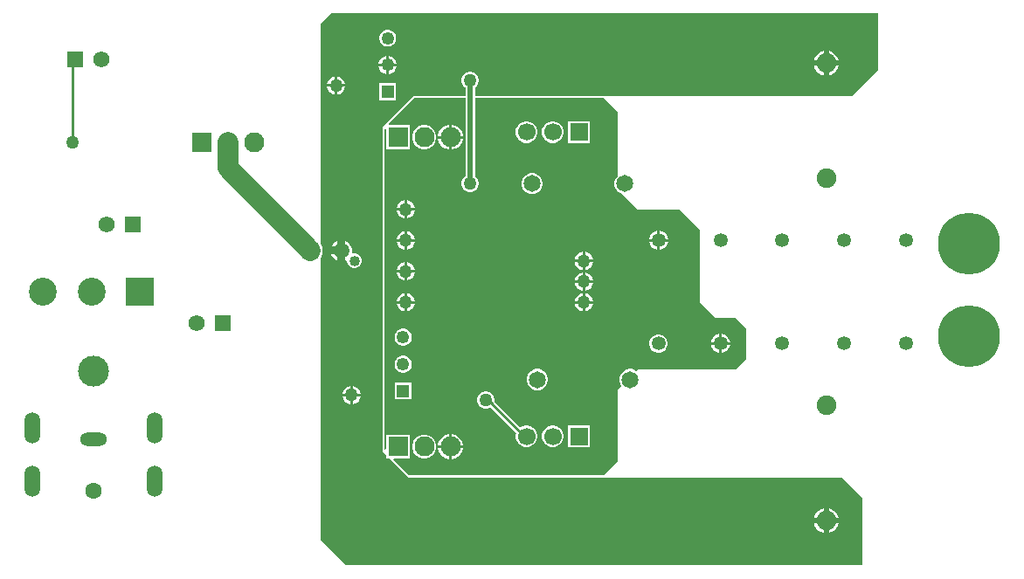
<source format=gbr>
%TF.GenerationSoftware,Altium Limited,Altium Designer,21.2.1 (34)*%
G04 Layer_Physical_Order=2*
G04 Layer_Color=16711680*
%FSLAX26Y26*%
%MOIN*%
%TF.SameCoordinates,2E7F18B9-7671-40DC-A7DD-494BE6684AB2*%
%TF.FilePolarity,Positive*%
%TF.FileFunction,Copper,L2,Bot,Signal*%
%TF.Part,Single*%
G01*
G75*
%TA.AperFunction,Conductor*%
%ADD21C,0.010000*%
%ADD23C,0.078740*%
%ADD24C,0.020000*%
%TA.AperFunction,ComponentPad*%
%ADD25R,0.076181X0.076181*%
%ADD26C,0.076181*%
%ADD27R,0.049213X0.049213*%
%ADD28C,0.049213*%
%ADD29C,0.236220*%
%ADD30C,0.053150*%
%ADD31R,0.061811X0.061811*%
%ADD32C,0.061811*%
%ADD33C,0.106299*%
%ADD34R,0.106299X0.106299*%
%ADD35R,0.059843X0.059843*%
%ADD36C,0.059843*%
%ADD37C,0.040157*%
%ADD38R,0.066929X0.066929*%
%ADD39C,0.066929*%
%ADD40C,0.064961*%
%ADD41C,0.075000*%
%ADD42R,0.076378X0.076378*%
%ADD43C,0.076378*%
%ADD44C,0.062992*%
%ADD45O,0.059370X0.118740*%
%ADD46O,0.102992X0.051496*%
%ADD47C,0.118110*%
%TA.AperFunction,ViaPad*%
%ADD48C,0.050000*%
G36*
X2106299Y2106299D02*
Y2106299D01*
X3267716D01*
Y1889764D01*
X3169291Y1791339D01*
X2106299D01*
Y1791338D01*
X1730823Y1791338D01*
Y1822956D01*
X1732784Y1824088D01*
X1738904Y1830209D01*
X1743232Y1837705D01*
X1745472Y1846066D01*
Y1854722D01*
X1743232Y1863083D01*
X1738904Y1870579D01*
X1732784Y1876699D01*
X1725287Y1881027D01*
X1716926Y1883268D01*
X1708271D01*
X1699909Y1881027D01*
X1692413Y1876699D01*
X1686293Y1870579D01*
X1681965Y1863083D01*
X1679724Y1854722D01*
Y1846066D01*
X1681965Y1837705D01*
X1686293Y1830209D01*
X1692413Y1824088D01*
X1694374Y1822956D01*
Y1791338D01*
X1496063Y1791339D01*
X1377953Y1673228D01*
X1377953Y433071D01*
X1391043Y419980D01*
Y406791D01*
X1404232D01*
X1476378Y334646D01*
X3129921D01*
X3208662Y255905D01*
Y0D01*
X1240158D01*
X1161417Y78740D01*
X1141732Y98425D01*
Y1174490D01*
X1143629Y1176961D01*
X1148389Y1188454D01*
X1150013Y1200787D01*
X1148389Y1213121D01*
X1143629Y1224613D01*
X1141732Y1227085D01*
Y2066929D01*
X1181102Y2106299D01*
X2106299Y2106299D01*
D02*
G37*
G36*
X2273622Y1732284D02*
Y1484235D01*
X2270858Y1481471D01*
X2265546Y1472269D01*
X2262795Y1462006D01*
Y1451380D01*
X2265546Y1441117D01*
X2270858Y1431915D01*
X2278372Y1424401D01*
X2287573Y1419089D01*
X2292994Y1417636D01*
X2352362Y1358267D01*
X2509842Y1358268D01*
X2588583Y1279527D01*
X2588583Y1003937D01*
X2647638Y944882D01*
X2726378Y944882D01*
X2765748Y905512D01*
X2765748Y787401D01*
X2726378Y748031D01*
X2352362D01*
X2346136Y741805D01*
X2338411Y746266D01*
X2328147Y749016D01*
X2317522D01*
X2307258Y746266D01*
X2298057Y740953D01*
X2290543Y733439D01*
X2285231Y724238D01*
X2282480Y713974D01*
Y703349D01*
X2285231Y693085D01*
X2289691Y685360D01*
X2273622Y669291D01*
Y393701D01*
X2222595Y342674D01*
X1479703D01*
X1420206Y402172D01*
X1422119Y406791D01*
X1482972D01*
Y498720D01*
X1391043D01*
Y443813D01*
X1386043Y441141D01*
X1385981Y441182D01*
X1385981Y1665117D01*
X1386043Y1665159D01*
X1391043Y1662486D01*
Y1587894D01*
X1482972D01*
Y1679823D01*
X1402434D01*
X1400521Y1684442D01*
X1499389Y1783310D01*
X1694374Y1783310D01*
Y1484131D01*
X1692413Y1482999D01*
X1686293Y1476878D01*
X1681965Y1469382D01*
X1679724Y1461021D01*
Y1452365D01*
X1681965Y1444004D01*
X1686293Y1436508D01*
X1692413Y1430387D01*
X1699909Y1426059D01*
X1708271Y1423819D01*
X1716926D01*
X1725287Y1426059D01*
X1732784Y1430387D01*
X1738904Y1436508D01*
X1743232Y1444004D01*
X1745472Y1452365D01*
Y1461021D01*
X1743232Y1469382D01*
X1738904Y1476878D01*
X1732784Y1482999D01*
X1730823Y1484131D01*
Y1783310D01*
X2106299Y1783310D01*
X2106301Y1783310D01*
X2222595D01*
X2273622Y1732284D01*
D02*
G37*
%LPC*%
G36*
X1401913Y2044291D02*
X1393361D01*
X1385100Y2042078D01*
X1377694Y2037802D01*
X1371646Y2031755D01*
X1367370Y2024348D01*
X1365157Y2016087D01*
Y2007535D01*
X1367370Y1999274D01*
X1371646Y1991868D01*
X1377694Y1985820D01*
X1385100Y1981544D01*
X1393361Y1979331D01*
X1401913D01*
X1410174Y1981544D01*
X1417580Y1985820D01*
X1423628Y1991868D01*
X1427904Y1999274D01*
X1430117Y2007535D01*
Y2016087D01*
X1427904Y2024348D01*
X1423628Y2031755D01*
X1417580Y2037802D01*
X1410174Y2042078D01*
X1401913Y2044291D01*
D02*
G37*
G36*
X3080865Y1962874D02*
Y1926378D01*
X3117361D01*
X3115128Y1934712D01*
X3108875Y1945544D01*
X3100031Y1954387D01*
X3089200Y1960641D01*
X3080865Y1962874D01*
D02*
G37*
G36*
X3060865Y1962874D02*
X3052531Y1960641D01*
X3041700Y1954387D01*
X3032856Y1945544D01*
X3026602Y1934712D01*
X3024369Y1926378D01*
X3060865D01*
Y1962874D01*
D02*
G37*
G36*
X1402637Y1943936D02*
Y1914449D01*
X1432124D01*
X1429885Y1922806D01*
X1425329Y1930698D01*
X1418886Y1937141D01*
X1410995Y1941697D01*
X1402637Y1943936D01*
D02*
G37*
G36*
X1392637Y1943936D02*
X1384280Y1941697D01*
X1376388Y1937141D01*
X1369945Y1930698D01*
X1365389Y1922806D01*
X1363150Y1914449D01*
X1392637D01*
Y1943936D01*
D02*
G37*
G36*
Y1904449D02*
X1363150D01*
X1365389Y1896091D01*
X1369945Y1888200D01*
X1376388Y1881757D01*
X1384280Y1877201D01*
X1392637Y1874962D01*
Y1904449D01*
D02*
G37*
G36*
X1432124D02*
X1402637D01*
Y1874961D01*
X1410995Y1877201D01*
X1418886Y1881757D01*
X1425329Y1888200D01*
X1429885Y1896091D01*
X1432124Y1904449D01*
D02*
G37*
G36*
X3117362Y1906378D02*
X3080865D01*
Y1869882D01*
X3089200Y1872115D01*
X3100031Y1878368D01*
X3108875Y1887212D01*
X3115128Y1898044D01*
X3117362Y1906378D01*
D02*
G37*
G36*
X3060865D02*
X3024369D01*
X3026602Y1898044D01*
X3032856Y1887212D01*
X3041700Y1878368D01*
X3052531Y1872115D01*
X3060865Y1869882D01*
Y1906378D01*
D02*
G37*
G36*
X1205787Y1865604D02*
Y1835709D01*
X1235682D01*
X1233402Y1844218D01*
X1228794Y1852199D01*
X1222278Y1858716D01*
X1214297Y1863323D01*
X1205787Y1865604D01*
D02*
G37*
G36*
X1195787D02*
X1187278Y1863323D01*
X1179297Y1858716D01*
X1172780Y1852199D01*
X1168173Y1844218D01*
X1165892Y1835709D01*
X1195787D01*
Y1865604D01*
D02*
G37*
G36*
X1235682Y1825709D02*
X1205787D01*
Y1795814D01*
X1214297Y1798094D01*
X1222278Y1802702D01*
X1228794Y1809218D01*
X1233402Y1817199D01*
X1235682Y1825709D01*
D02*
G37*
G36*
X1195787D02*
X1165892D01*
X1168173Y1817199D01*
X1172780Y1809218D01*
X1179297Y1802702D01*
X1187278Y1798094D01*
X1195787Y1795814D01*
Y1825709D01*
D02*
G37*
G36*
X1430117Y1839567D02*
X1365157D01*
Y1774606D01*
X1430117D01*
Y1839567D01*
D02*
G37*
G36*
X1205472Y1238098D02*
X1205063Y1237988D01*
X1195959Y1232732D01*
X1188527Y1225300D01*
X1183271Y1216196D01*
X1183161Y1215787D01*
X1205472D01*
Y1238098D01*
D02*
G37*
G36*
Y1185787D02*
X1183161D01*
X1183271Y1185378D01*
X1188527Y1176275D01*
X1195959Y1168842D01*
X1205063Y1163587D01*
X1205472Y1163477D01*
Y1185787D01*
D02*
G37*
G36*
X1235472Y1238098D02*
Y1200787D01*
Y1163477D01*
X1235881Y1163587D01*
X1237913Y1164760D01*
X1242913Y1161873D01*
Y1158525D01*
X1244818Y1151415D01*
X1248498Y1145041D01*
X1253702Y1139837D01*
X1260076Y1136157D01*
X1267185Y1134252D01*
X1274545D01*
X1281655Y1136157D01*
X1288029Y1139837D01*
X1293233Y1145041D01*
X1296913Y1151415D01*
X1298818Y1158525D01*
Y1165885D01*
X1296913Y1172994D01*
X1293233Y1179368D01*
X1288029Y1184572D01*
X1281655Y1188253D01*
X1274545Y1190157D01*
X1267185D01*
X1263893Y1189275D01*
X1259810Y1193358D01*
X1260393Y1195532D01*
Y1206043D01*
X1257672Y1216196D01*
X1252417Y1225300D01*
X1244984Y1232732D01*
X1235881Y1237988D01*
X1235472Y1238098D01*
D02*
G37*
G36*
X1264842Y684501D02*
Y654606D01*
X1294737D01*
X1292457Y663116D01*
X1287850Y671097D01*
X1281333Y677613D01*
X1273352Y682221D01*
X1264842Y684501D01*
D02*
G37*
G36*
X1254842D02*
X1246333Y682221D01*
X1238352Y677613D01*
X1231835Y671097D01*
X1227228Y663116D01*
X1224948Y654606D01*
X1254842D01*
Y684501D01*
D02*
G37*
G36*
X1294737Y644606D02*
X1264842D01*
Y614711D01*
X1273352Y616991D01*
X1281333Y621599D01*
X1287850Y628116D01*
X1292457Y636097D01*
X1294737Y644606D01*
D02*
G37*
G36*
X1254842D02*
X1224948D01*
X1227228Y636097D01*
X1231835Y628116D01*
X1238352Y621599D01*
X1246333Y616991D01*
X1254842Y614711D01*
Y644606D01*
D02*
G37*
G36*
X3080865Y216732D02*
Y180236D01*
X3117361D01*
X3115128Y188571D01*
X3108875Y199402D01*
X3100031Y208246D01*
X3089200Y214499D01*
X3080865Y216732D01*
D02*
G37*
G36*
X3060865D02*
X3052531Y214499D01*
X3041700Y208246D01*
X3032856Y199402D01*
X3026602Y188571D01*
X3024369Y180236D01*
X3060865D01*
Y216732D01*
D02*
G37*
G36*
X3117361Y160236D02*
X3080865D01*
Y123740D01*
X3089200Y125973D01*
X3100031Y132227D01*
X3108875Y141071D01*
X3115128Y151902D01*
X3117361Y160236D01*
D02*
G37*
G36*
X3060865D02*
X3024369D01*
X3026602Y151902D01*
X3032856Y141071D01*
X3041700Y132227D01*
X3052531Y125973D01*
X3060865Y123740D01*
Y160236D01*
D02*
G37*
G36*
X1643339Y1681949D02*
X1642008D01*
Y1638858D01*
X1685098D01*
Y1640189D01*
X1681821Y1652421D01*
X1675490Y1663387D01*
X1666536Y1672340D01*
X1655570Y1678671D01*
X1643339Y1681949D01*
D02*
G37*
G36*
X1632008D02*
X1630677D01*
X1618446Y1678671D01*
X1607480Y1672340D01*
X1598526Y1663387D01*
X1592195Y1652421D01*
X1588917Y1640189D01*
Y1638858D01*
X1632008D01*
Y1681949D01*
D02*
G37*
G36*
X2112268Y1694882D02*
D01*
X2086220D01*
Y1612205D01*
X2168897D01*
Y1694882D01*
X2112268D01*
D02*
G37*
G36*
X2033001D02*
X2022116D01*
X2011602Y1692065D01*
X2002176Y1686622D01*
X1994479Y1678926D01*
X1989037Y1669499D01*
X1986220Y1658986D01*
Y1648101D01*
X1989037Y1637587D01*
X1994479Y1628161D01*
X2002176Y1620464D01*
X2011602Y1615022D01*
X2022116Y1612205D01*
X2033001D01*
X2043514Y1615022D01*
X2052941Y1620464D01*
X2060637Y1628161D01*
X2066079Y1637587D01*
X2068897Y1648101D01*
Y1658986D01*
X2066079Y1669499D01*
X2060637Y1678926D01*
X2052941Y1686622D01*
X2043514Y1692065D01*
X2033001Y1694882D01*
D02*
G37*
G36*
X1933001D02*
X1922116D01*
X1911602Y1692065D01*
X1902176Y1686622D01*
X1894479Y1678926D01*
X1889037Y1669499D01*
X1886220Y1658986D01*
Y1648101D01*
X1889037Y1637587D01*
X1894479Y1628161D01*
X1902176Y1620464D01*
X1911602Y1615022D01*
X1922116Y1612205D01*
X1933001D01*
X1943514Y1615022D01*
X1952941Y1620464D01*
X1960637Y1628161D01*
X1966080Y1637587D01*
X1968897Y1648101D01*
Y1658986D01*
X1966080Y1669499D01*
X1960637Y1678926D01*
X1952941Y1686622D01*
X1943514Y1692065D01*
X1933001Y1694882D01*
D02*
G37*
G36*
X1543059Y1679823D02*
X1530957D01*
X1519266Y1676690D01*
X1508785Y1670639D01*
X1500227Y1662081D01*
X1494176Y1651600D01*
X1491043Y1639910D01*
Y1627807D01*
X1494176Y1616117D01*
X1500227Y1605636D01*
X1508785Y1597078D01*
X1519266Y1591026D01*
X1530957Y1587894D01*
X1543059D01*
X1554749Y1591026D01*
X1565231Y1597078D01*
X1573789Y1605636D01*
X1579840Y1616117D01*
X1582972Y1627807D01*
Y1639910D01*
X1579840Y1651600D01*
X1573789Y1662081D01*
X1565231Y1670639D01*
X1554749Y1676690D01*
X1543059Y1679823D01*
D02*
G37*
G36*
X1685098Y1628858D02*
X1642008D01*
Y1585768D01*
X1643339D01*
X1655570Y1589045D01*
X1666536Y1595376D01*
X1675490Y1604330D01*
X1681821Y1615296D01*
X1685098Y1627527D01*
Y1628858D01*
D02*
G37*
G36*
X1632008D02*
X1588917D01*
Y1627527D01*
X1592195Y1615296D01*
X1598526Y1604330D01*
X1607480Y1595376D01*
X1618446Y1589045D01*
X1630677Y1585768D01*
X1632008D01*
Y1628858D01*
D02*
G37*
G36*
X1954132Y1497047D02*
X1943506D01*
X1933243Y1494297D01*
X1924041Y1488984D01*
X1916527Y1481471D01*
X1911215Y1472269D01*
X1908465Y1462006D01*
Y1451380D01*
X1911215Y1441117D01*
X1916527Y1431915D01*
X1924041Y1424401D01*
X1933243Y1419089D01*
X1943506Y1416339D01*
X1954132D01*
X1964395Y1419089D01*
X1973597Y1424401D01*
X1981111Y1431915D01*
X1986423Y1441117D01*
X1989173Y1451380D01*
Y1462006D01*
X1986423Y1472269D01*
X1981111Y1481471D01*
X1973597Y1488984D01*
X1964395Y1494297D01*
X1954132Y1497047D01*
D02*
G37*
G36*
X1471693Y1393163D02*
Y1363268D01*
X1501588D01*
X1499308Y1371777D01*
X1494700Y1379758D01*
X1488183Y1386275D01*
X1480202Y1390882D01*
X1471693Y1393163D01*
D02*
G37*
G36*
X1461693D02*
X1453183Y1390882D01*
X1445202Y1386275D01*
X1438686Y1379758D01*
X1434078Y1371777D01*
X1431798Y1363268D01*
X1461693D01*
Y1393163D01*
D02*
G37*
G36*
X1501588Y1353268D02*
X1471693D01*
Y1323373D01*
X1480202Y1325653D01*
X1488183Y1330261D01*
X1494700Y1336777D01*
X1499308Y1344758D01*
X1501588Y1353268D01*
D02*
G37*
G36*
X1461693D02*
X1431798D01*
X1434078Y1344758D01*
X1438686Y1336777D01*
X1445202Y1330261D01*
X1453183Y1325653D01*
X1461693Y1323373D01*
Y1353268D01*
D02*
G37*
G36*
X2436102Y1276683D02*
Y1245158D01*
X2467628D01*
X2465185Y1254275D01*
X2460369Y1262615D01*
X2453560Y1269425D01*
X2445220Y1274240D01*
X2436102Y1276683D01*
D02*
G37*
G36*
X2426102D02*
X2416985Y1274240D01*
X2408645Y1269425D01*
X2401835Y1262615D01*
X2397020Y1254275D01*
X2394577Y1245158D01*
X2426102D01*
Y1276683D01*
D02*
G37*
G36*
X1471693Y1275052D02*
Y1245158D01*
X1501588D01*
X1499308Y1253667D01*
X1494700Y1261648D01*
X1488183Y1268165D01*
X1480202Y1272772D01*
X1471693Y1275052D01*
D02*
G37*
G36*
X1461693D02*
X1453183Y1272772D01*
X1445202Y1268165D01*
X1438686Y1261648D01*
X1434078Y1253667D01*
X1431798Y1245158D01*
X1461693D01*
Y1275052D01*
D02*
G37*
G36*
X1501588Y1235158D02*
X1471693D01*
Y1205263D01*
X1480202Y1207543D01*
X1488183Y1212150D01*
X1494700Y1218667D01*
X1499308Y1226648D01*
X1501588Y1235158D01*
D02*
G37*
G36*
X1461693D02*
X1431798D01*
X1434078Y1226648D01*
X1438686Y1218667D01*
X1445202Y1212150D01*
X1453183Y1207543D01*
X1461693Y1205263D01*
Y1235158D01*
D02*
G37*
G36*
X2426102Y1235158D02*
X2394577D01*
X2397020Y1226040D01*
X2401835Y1217700D01*
X2408645Y1210890D01*
X2416985Y1206075D01*
X2426102Y1203632D01*
Y1235158D01*
D02*
G37*
G36*
X2467628D02*
X2436102D01*
Y1203632D01*
X2445220Y1206075D01*
X2453560Y1210890D01*
X2460369Y1217700D01*
X2465185Y1226040D01*
X2467628Y1235158D01*
D02*
G37*
G36*
X2150669Y1196312D02*
Y1166417D01*
X2180564D01*
X2178284Y1174927D01*
X2173676Y1182908D01*
X2167160Y1189424D01*
X2159179Y1194032D01*
X2150669Y1196312D01*
D02*
G37*
G36*
X2140669D02*
X2132160Y1194032D01*
X2124179Y1189424D01*
X2117662Y1182908D01*
X2113055Y1174927D01*
X2110774Y1166417D01*
X2140669D01*
Y1196312D01*
D02*
G37*
G36*
X1471693Y1156942D02*
Y1127047D01*
X1501588D01*
X1499308Y1135557D01*
X1494700Y1143538D01*
X1488183Y1150054D01*
X1480202Y1154662D01*
X1471693Y1156942D01*
D02*
G37*
G36*
X1461693D02*
X1453183Y1154662D01*
X1445202Y1150054D01*
X1438686Y1143538D01*
X1434078Y1135557D01*
X1431798Y1127047D01*
X1461693D01*
Y1156942D01*
D02*
G37*
G36*
X2180564Y1156417D02*
X2150669D01*
Y1126522D01*
X2159179Y1128803D01*
X2167160Y1133410D01*
X2173676Y1139927D01*
X2178284Y1147908D01*
X2180564Y1156417D01*
D02*
G37*
G36*
X2140669D02*
X2110774D01*
X2113055Y1147908D01*
X2117662Y1139927D01*
X2124179Y1133410D01*
X2132160Y1128803D01*
X2140669Y1126522D01*
Y1156417D01*
D02*
G37*
G36*
X2150669Y1117572D02*
Y1087677D01*
X2180564D01*
X2178284Y1096187D01*
X2173676Y1104168D01*
X2167160Y1110684D01*
X2159179Y1115292D01*
X2150669Y1117572D01*
D02*
G37*
G36*
X2140669D02*
X2132160Y1115292D01*
X2124179Y1110684D01*
X2117662Y1104168D01*
X2113055Y1096187D01*
X2112268Y1093251D01*
D01*
X2110774Y1087677D01*
X2140669D01*
Y1117572D01*
D02*
G37*
G36*
X1501588Y1117047D02*
X1471693D01*
Y1087152D01*
X1480202Y1089432D01*
X1488183Y1094040D01*
X1494700Y1100557D01*
X1499308Y1108538D01*
X1501588Y1117047D01*
D02*
G37*
G36*
X1461693D02*
X1431798D01*
X1434078Y1108538D01*
X1438686Y1100557D01*
X1445202Y1094040D01*
X1453183Y1089432D01*
X1461693Y1087152D01*
Y1117047D01*
D02*
G37*
G36*
X2180564Y1077677D02*
X2150669D01*
Y1047782D01*
X2159179Y1050062D01*
X2167160Y1054670D01*
X2173676Y1061187D01*
X2178284Y1069168D01*
X2180564Y1077677D01*
D02*
G37*
G36*
X2140669D02*
X2110774D01*
X2113055Y1069168D01*
X2117662Y1061187D01*
X2124179Y1054670D01*
X2132160Y1050062D01*
X2140669Y1047782D01*
Y1077677D01*
D02*
G37*
G36*
X2150669Y1038832D02*
Y1008937D01*
X2180564D01*
X2178284Y1017447D01*
X2173676Y1025428D01*
X2167160Y1031944D01*
X2159179Y1036552D01*
X2150669Y1038832D01*
D02*
G37*
G36*
X2140669D02*
X2132160Y1036552D01*
X2124179Y1031944D01*
X2117662Y1025428D01*
X2113055Y1017447D01*
X2110774Y1008937D01*
X2140669D01*
Y1038832D01*
D02*
G37*
G36*
X1471693D02*
Y1008937D01*
X1501588D01*
X1499308Y1017447D01*
X1494700Y1025428D01*
X1488183Y1031944D01*
X1480202Y1036552D01*
X1471693Y1038832D01*
D02*
G37*
G36*
X1461693D02*
X1453183Y1036552D01*
X1445202Y1031944D01*
X1438686Y1025428D01*
X1434078Y1017447D01*
X1431798Y1008937D01*
X1461693D01*
Y1038832D01*
D02*
G37*
G36*
X2180564Y998937D02*
X2150669D01*
Y969042D01*
X2159179Y971322D01*
X2167160Y975930D01*
X2173676Y982447D01*
X2178284Y990428D01*
X2180564Y998937D01*
D02*
G37*
G36*
X2140669D02*
X2110774D01*
X2113055Y990428D01*
X2117662Y982447D01*
X2124179Y975930D01*
X2132160Y971322D01*
X2140669Y969042D01*
Y998937D01*
D02*
G37*
G36*
X1501588D02*
X1471693D01*
Y969042D01*
X1480202Y971322D01*
X1488183Y975930D01*
X1494700Y982447D01*
X1499308Y990428D01*
X1501588Y998937D01*
D02*
G37*
G36*
X1461693D02*
X1431798D01*
X1434078Y990428D01*
X1438686Y982447D01*
X1445202Y975930D01*
X1453183Y971322D01*
X1461693Y969042D01*
Y998937D01*
D02*
G37*
G36*
X2672323Y882982D02*
Y851457D01*
X2703848D01*
X2701405Y860574D01*
X2696590Y868914D01*
X2689780Y875724D01*
X2681440Y880539D01*
X2672323Y882982D01*
D02*
G37*
G36*
X2662323Y882982D02*
X2653206Y880539D01*
X2644865Y875724D01*
X2638056Y868914D01*
X2633240Y860574D01*
X2630798Y851457D01*
X2662323D01*
Y882982D01*
D02*
G37*
G36*
X1460968Y902559D02*
X1452416D01*
X1444155Y900346D01*
X1436749Y896069D01*
X1430701Y890022D01*
X1426425Y882616D01*
X1424212Y874355D01*
Y865803D01*
X1426425Y857542D01*
X1430701Y850135D01*
X1436749Y844088D01*
X1444155Y839812D01*
X1452416Y837598D01*
X1460968D01*
X1469229Y839812D01*
X1476636Y844088D01*
X1482683Y850135D01*
X1486959Y857542D01*
X1489172Y865803D01*
Y874355D01*
X1486959Y882616D01*
X1482683Y890022D01*
X1476636Y896069D01*
X1469229Y900346D01*
X1460968Y902559D01*
D02*
G37*
G36*
X2435638Y880905D02*
X2426567D01*
X2417806Y878558D01*
X2409950Y874023D01*
X2403537Y867609D01*
X2399001Y859754D01*
X2396654Y850992D01*
Y841921D01*
X2399001Y833160D01*
X2403537Y825305D01*
X2409950Y818891D01*
X2417806Y814356D01*
X2426567Y812008D01*
X2435638D01*
X2444399Y814356D01*
X2452255Y818891D01*
X2458668Y825305D01*
X2463204Y833160D01*
X2465551Y841921D01*
Y850992D01*
X2463204Y859754D01*
X2458668Y867609D01*
X2452255Y874023D01*
X2444399Y878558D01*
X2435638Y880905D01*
D02*
G37*
G36*
X2703848Y841457D02*
X2672323D01*
Y809932D01*
X2681440Y812374D01*
X2689780Y817190D01*
X2696590Y823999D01*
X2701405Y832339D01*
X2703848Y841457D01*
D02*
G37*
G36*
X2662323D02*
X2630798D01*
X2633240Y832339D01*
X2638056Y823999D01*
X2644865Y817190D01*
X2653206Y812374D01*
X2662323Y809931D01*
Y841457D01*
D02*
G37*
G36*
X1460968Y800197D02*
X1452416D01*
X1444155Y797983D01*
X1436749Y793707D01*
X1430701Y787660D01*
X1426425Y780254D01*
X1424212Y771993D01*
Y763441D01*
X1426425Y755180D01*
X1430701Y747773D01*
X1436749Y741726D01*
X1444155Y737450D01*
X1452416Y735236D01*
X1460968D01*
X1469229Y737450D01*
X1476636Y741726D01*
X1482683Y747773D01*
X1486959Y755180D01*
X1489172Y763441D01*
Y771993D01*
X1486959Y780254D01*
X1482683Y787660D01*
X1476636Y793707D01*
X1469229Y797983D01*
X1460968Y800197D01*
D02*
G37*
G36*
X1973817Y749016D02*
X1963191D01*
X1952928Y746266D01*
X1943726Y740953D01*
X1936213Y733439D01*
X1930900Y724238D01*
X1928150Y713974D01*
Y703349D01*
X1930900Y693085D01*
X1936213Y683883D01*
X1943726Y676370D01*
X1952928Y671057D01*
X1963191Y668307D01*
X1973817D01*
X1984080Y671057D01*
X1993282Y676370D01*
X2000795Y683883D01*
X2006108Y693085D01*
X2008858Y703349D01*
Y713974D01*
X2006108Y724238D01*
X2000795Y733439D01*
X1993282Y740953D01*
X1984080Y746266D01*
X1973817Y749016D01*
D02*
G37*
G36*
X1489172Y697835D02*
X1424212D01*
Y632874D01*
X1489172D01*
Y697835D01*
D02*
G37*
G36*
X1643339Y500846D02*
X1642008D01*
Y457756D01*
X1685098D01*
Y459087D01*
X1681821Y471318D01*
X1675490Y482284D01*
X1666536Y491238D01*
X1655570Y497569D01*
X1643339Y500846D01*
D02*
G37*
G36*
X1632008D02*
X1630677D01*
X1618446Y497569D01*
X1607480Y491238D01*
X1598526Y482284D01*
X1592195Y471318D01*
X1588917Y459087D01*
Y457756D01*
X1632008D01*
Y500846D01*
D02*
G37*
G36*
X2112268Y533464D02*
D01*
X2086221D01*
Y450787D01*
X2168898D01*
Y533464D01*
X2112268D01*
D02*
G37*
G36*
X2033001D02*
X2022117D01*
X2011603Y530647D01*
X2002177Y525205D01*
X1994480Y517508D01*
X1989038Y508082D01*
X1986221Y497568D01*
Y486684D01*
X1989038Y476170D01*
X1994480Y466743D01*
X2002177Y459047D01*
X2011603Y453605D01*
X2022117Y450787D01*
X2033001D01*
X2043515Y453605D01*
X2052941Y459047D01*
X2060638Y466743D01*
X2066080Y476170D01*
X2068898Y486684D01*
Y497568D01*
X2066080Y508082D01*
X2060638Y517508D01*
X2052941Y525205D01*
X2043515Y530647D01*
X2033001Y533464D01*
D02*
G37*
G36*
X1775981Y662795D02*
X1767326D01*
X1758965Y660555D01*
X1751468Y656227D01*
X1745348Y650106D01*
X1741020Y642610D01*
X1738780Y634249D01*
Y625593D01*
X1741020Y617232D01*
X1745348Y609736D01*
X1751468Y603615D01*
X1758965Y599288D01*
X1767326Y597047D01*
X1775981D01*
X1784342Y599288D01*
X1789691Y602376D01*
X1887970Y504097D01*
X1886221Y497568D01*
Y486684D01*
X1889038Y476170D01*
X1894480Y466743D01*
X1902177Y459047D01*
X1911603Y453605D01*
X1922117Y450787D01*
X1933001D01*
X1943515Y453605D01*
X1952941Y459047D01*
X1960638Y466743D01*
X1966080Y476170D01*
X1968898Y486684D01*
Y497568D01*
X1966080Y508082D01*
X1960638Y517508D01*
X1952941Y525205D01*
X1943515Y530647D01*
X1933001Y533464D01*
X1922117D01*
X1911603Y530647D01*
X1903325Y525868D01*
X1804331Y624862D01*
X1804527Y625593D01*
Y634249D01*
X1802287Y642610D01*
X1797959Y650106D01*
X1791839Y656227D01*
X1784342Y660555D01*
X1775981Y662795D01*
D02*
G37*
G36*
X1543059Y498720D02*
X1530957D01*
X1519266Y495588D01*
X1508785Y489537D01*
X1500227Y480979D01*
X1494176Y470498D01*
X1491043Y458807D01*
Y446705D01*
X1494176Y435014D01*
X1500227Y424533D01*
X1508785Y415975D01*
X1519266Y409924D01*
X1530957Y406791D01*
X1543059D01*
X1554749Y409924D01*
X1565231Y415975D01*
X1573789Y424533D01*
X1579840Y435014D01*
X1582972Y446705D01*
Y458807D01*
X1579840Y470498D01*
X1573789Y480979D01*
X1565231Y489537D01*
X1554749Y495588D01*
X1543059Y498720D01*
D02*
G37*
G36*
X1685098Y447756D02*
X1642008D01*
Y404665D01*
X1643339D01*
X1655570Y407943D01*
X1666536Y414274D01*
X1675490Y423228D01*
X1681821Y434194D01*
X1685098Y446425D01*
Y447756D01*
D02*
G37*
G36*
X1632008D02*
X1588917D01*
Y446425D01*
X1592195Y434194D01*
X1598526Y423228D01*
X1607480Y414274D01*
X1618446Y407943D01*
X1630677Y404665D01*
X1632008D01*
Y447756D01*
D02*
G37*
%LPD*%
D21*
X196850Y1614173D02*
Y1920079D01*
X205905Y1929134D01*
X1780709Y629921D02*
X1918504Y492126D01*
X1771653Y629921D02*
X1780709D01*
X1918504Y492126D02*
X1927559D01*
D23*
X787402Y1515747D02*
Y1614173D01*
Y1515747D02*
X1102361Y1200787D01*
D24*
X1712598Y1456693D02*
Y1850394D01*
D25*
X1437008Y1633858D02*
D03*
Y452756D02*
D03*
D26*
X1537008Y1633858D02*
D03*
X1637008D02*
D03*
Y452756D02*
D03*
X1537008D02*
D03*
D27*
X1397637Y1807087D02*
D03*
X1456692Y665354D02*
D03*
D28*
X1397637Y1909449D02*
D03*
Y2011811D02*
D03*
X1456692Y870079D02*
D03*
Y767717D02*
D03*
D29*
X3614173Y1227362D02*
D03*
Y873032D02*
D03*
D30*
X2431102Y1240158D02*
D03*
Y846457D02*
D03*
X2667323Y1240158D02*
D03*
Y846457D02*
D03*
X2903543Y1240158D02*
D03*
Y846457D02*
D03*
X3139764Y1240158D02*
D03*
Y846457D02*
D03*
X3375984Y1240158D02*
D03*
Y846457D02*
D03*
D31*
X205905Y1929134D02*
D03*
X424016Y1299213D02*
D03*
X769291Y925197D02*
D03*
D32*
X305906Y1929134D02*
D03*
X324016Y1299213D02*
D03*
X669291Y925197D02*
D03*
D33*
X267716Y1043307D02*
D03*
X82677D02*
D03*
D34*
X452756D02*
D03*
D35*
X1102361Y1200787D02*
D03*
D36*
X1220472D02*
D03*
D37*
X1270865Y1162205D02*
D03*
D38*
X2127559Y492126D02*
D03*
X2127558Y1653543D02*
D03*
D39*
X2027559Y492126D02*
D03*
X1927559D02*
D03*
X2027558Y1653543D02*
D03*
X1927558D02*
D03*
D40*
X2322835Y708661D02*
D03*
X1968504D02*
D03*
X1948819Y1456693D02*
D03*
X2303150D02*
D03*
D41*
X3070865Y610236D02*
D03*
Y170236D02*
D03*
Y1476378D02*
D03*
Y1916378D02*
D03*
D42*
X687402Y1614173D02*
D03*
D43*
X787402D02*
D03*
X887402D02*
D03*
D44*
X275591Y283465D02*
D03*
D45*
X509842Y525591D02*
D03*
Y320866D02*
D03*
X41339D02*
D03*
Y525591D02*
D03*
D46*
X275591Y480315D02*
D03*
D47*
Y742126D02*
D03*
D48*
X196850Y1614173D02*
D03*
X2145669Y1161417D02*
D03*
Y1082677D02*
D03*
Y1003937D02*
D03*
X1466693D02*
D03*
Y1122047D02*
D03*
Y1240158D02*
D03*
Y1358268D02*
D03*
X1259842Y649606D02*
D03*
X1771653Y629921D02*
D03*
X1712598Y1850394D02*
D03*
Y1456693D02*
D03*
X1200787Y1830709D02*
D03*
%TF.MD5,32768abac21ffd308c111ec660b05ae8*%
M02*

</source>
